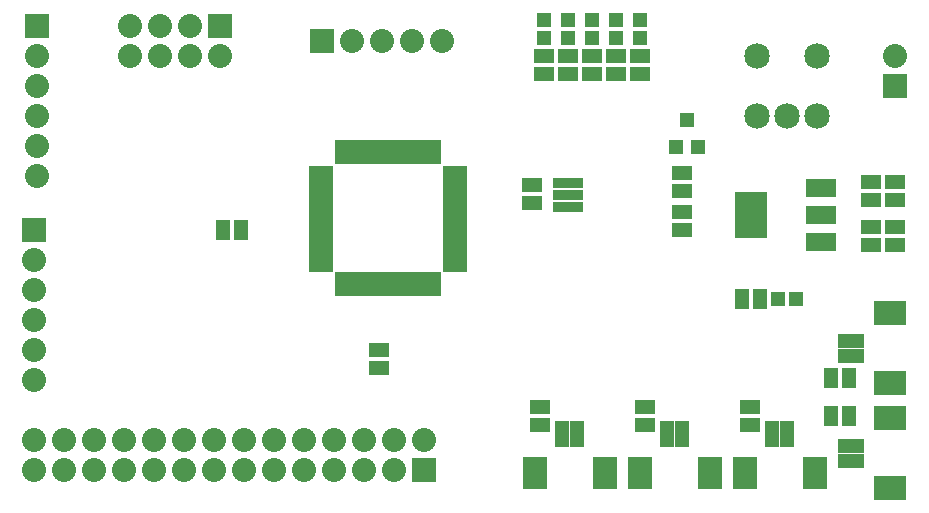
<source format=gts>
G04 (created by PCBNEW-RS274X (2012-01-19 BZR 3256)-stable) date 4/11/2013 5:03:57 PM*
G01*
G70*
G90*
%MOIN*%
G04 Gerber Fmt 3.4, Leading zero omitted, Abs format*
%FSLAX34Y34*%
G04 APERTURE LIST*
%ADD10C,0.006000*%
%ADD11R,0.106600X0.157800*%
%ADD12R,0.098700X0.063300*%
%ADD13R,0.065000X0.045000*%
%ADD14R,0.045000X0.065000*%
%ADD15C,0.085000*%
%ADD16R,0.080000X0.080000*%
%ADD17C,0.080000*%
%ADD18R,0.051400X0.051400*%
%ADD19R,0.098700X0.035700*%
%ADD20R,0.039700X0.079100*%
%ADD21R,0.079100X0.039700*%
%ADD22R,0.050000X0.050000*%
%ADD23R,0.083000X0.106600*%
%ADD24R,0.047600X0.090900*%
%ADD25R,0.106600X0.083000*%
%ADD26R,0.090900X0.047600*%
G04 APERTURE END LIST*
G54D10*
G54D11*
X72300Y-47300D03*
G54D12*
X74623Y-48206D03*
X74623Y-47300D03*
X74623Y-46394D03*
G54D13*
X76300Y-46200D03*
X76300Y-46800D03*
X77100Y-46200D03*
X77100Y-46800D03*
X76300Y-47700D03*
X76300Y-48300D03*
X77100Y-47700D03*
X77100Y-48300D03*
G54D14*
X54700Y-47800D03*
X55300Y-47800D03*
G54D13*
X59900Y-52400D03*
X59900Y-51800D03*
X70000Y-47200D03*
X70000Y-47800D03*
X70000Y-45900D03*
X70000Y-46500D03*
X65250Y-53700D03*
X65250Y-54300D03*
G54D14*
X72600Y-50100D03*
X72000Y-50100D03*
G54D13*
X68750Y-53700D03*
X68750Y-54300D03*
X72250Y-53700D03*
X72250Y-54300D03*
G54D14*
X74950Y-54000D03*
X75550Y-54000D03*
X74950Y-52750D03*
X75550Y-52750D03*
G54D13*
X65000Y-46300D03*
X65000Y-46900D03*
G54D15*
X73500Y-44000D03*
X72500Y-42000D03*
X74500Y-42000D03*
X72500Y-44000D03*
X74500Y-44000D03*
G54D16*
X58000Y-41500D03*
G54D17*
X59000Y-41500D03*
X60000Y-41500D03*
X61000Y-41500D03*
X62000Y-41500D03*
G54D16*
X54600Y-41000D03*
G54D17*
X54600Y-42000D03*
X53600Y-41000D03*
X53600Y-42000D03*
X52600Y-41000D03*
X52600Y-42000D03*
X51600Y-41000D03*
X51600Y-42000D03*
G54D16*
X77100Y-43000D03*
G54D17*
X77100Y-42000D03*
G54D16*
X48500Y-41000D03*
G54D17*
X48500Y-42000D03*
X48500Y-43000D03*
X48500Y-44000D03*
X48500Y-45000D03*
X48500Y-46000D03*
G54D16*
X48400Y-47800D03*
G54D17*
X48400Y-48800D03*
X48400Y-49800D03*
X48400Y-50800D03*
X48400Y-51800D03*
X48400Y-52800D03*
G54D18*
X73205Y-50100D03*
X73795Y-50100D03*
G54D19*
X66181Y-46260D03*
X66181Y-46654D03*
X66181Y-47048D03*
G54D20*
X58624Y-45194D03*
X58939Y-45194D03*
X59254Y-45194D03*
X59569Y-45194D03*
X59884Y-45194D03*
X60199Y-45194D03*
X60514Y-45194D03*
X60829Y-45194D03*
X61144Y-45194D03*
X61459Y-45194D03*
X61774Y-45194D03*
G54D21*
X62442Y-49015D03*
X62442Y-48700D03*
X62442Y-48385D03*
X62442Y-48070D03*
X62442Y-47755D03*
X62442Y-47440D03*
X62442Y-47125D03*
X62442Y-46810D03*
X62442Y-46495D03*
X62442Y-46180D03*
X62442Y-45865D03*
G54D20*
X61774Y-49604D03*
X61459Y-49604D03*
X61144Y-49604D03*
X60829Y-49604D03*
X60514Y-49604D03*
X60199Y-49604D03*
X59884Y-49604D03*
X59569Y-49604D03*
X59254Y-49604D03*
X58939Y-49604D03*
X58624Y-49604D03*
G54D21*
X57953Y-45865D03*
X57953Y-46180D03*
X57953Y-46495D03*
X57953Y-46810D03*
X57953Y-47125D03*
X57953Y-47440D03*
X57953Y-47755D03*
X57953Y-48070D03*
X57953Y-48385D03*
X57953Y-48700D03*
X57953Y-49015D03*
G54D16*
X61400Y-55800D03*
G54D17*
X61400Y-54800D03*
X60400Y-55800D03*
X60400Y-54800D03*
X59400Y-55800D03*
X59400Y-54800D03*
X58400Y-55800D03*
X58400Y-54800D03*
X57400Y-55800D03*
X57400Y-54800D03*
X56400Y-55800D03*
X56400Y-54800D03*
X55400Y-55800D03*
X55400Y-54800D03*
X54400Y-55800D03*
X54400Y-54800D03*
X53400Y-55800D03*
X53400Y-54800D03*
X52400Y-55800D03*
X52400Y-54800D03*
X51400Y-55800D03*
X51400Y-54800D03*
X50400Y-55800D03*
X50400Y-54800D03*
X49400Y-55800D03*
X49400Y-54800D03*
X48400Y-55800D03*
X48400Y-54800D03*
G54D18*
X66200Y-40805D03*
X66200Y-41395D03*
X67800Y-40805D03*
X67800Y-41395D03*
G54D13*
X65400Y-42000D03*
X65400Y-42600D03*
X66200Y-42000D03*
X66200Y-42600D03*
X67000Y-42000D03*
X67000Y-42600D03*
X67800Y-42000D03*
X67800Y-42600D03*
X68600Y-42000D03*
X68600Y-42600D03*
G54D18*
X65400Y-40805D03*
X65400Y-41395D03*
X67000Y-40805D03*
X67000Y-41395D03*
X68600Y-40805D03*
X68600Y-41395D03*
G54D22*
X70160Y-44140D03*
X70530Y-45040D03*
X69790Y-45040D03*
G54D23*
X67421Y-55925D03*
X65079Y-55925D03*
G54D24*
X66496Y-54626D03*
X66004Y-54626D03*
G54D23*
X70921Y-55925D03*
X68579Y-55925D03*
G54D24*
X69996Y-54626D03*
X69504Y-54626D03*
G54D23*
X74421Y-55925D03*
X72079Y-55925D03*
G54D24*
X73496Y-54626D03*
X73004Y-54626D03*
G54D25*
X76925Y-54079D03*
X76925Y-56421D03*
G54D26*
X75626Y-55004D03*
X75626Y-55496D03*
G54D25*
X76925Y-50579D03*
X76925Y-52921D03*
G54D26*
X75626Y-51504D03*
X75626Y-51996D03*
M02*

</source>
